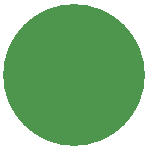
<source format=gbl>
G04 #@! TF.GenerationSoftware,KiCad,Pcbnew,8.0.5-1.fc40*
G04 #@! TF.CreationDate,2024-11-04T14:35:02-08:00*
G04 #@! TF.ProjectId,baggage-label-blank,62616767-6167-4652-9d6c-6162656c2d62,rev?*
G04 #@! TF.SameCoordinates,Original*
G04 #@! TF.FileFunction,Copper,L2,Bot*
G04 #@! TF.FilePolarity,Positive*
%FSLAX46Y46*%
G04 Gerber Fmt 4.6, Leading zero omitted, Abs format (unit mm)*
G04 Created by KiCad (PCBNEW 8.0.5-1.fc40) date 2024-11-04 14:35:02*
%MOMM*%
%LPD*%
G01*
G04 APERTURE LIST*
G04 #@! TA.AperFunction,ViaPad*
%ADD10C,12.000000*%
G04 #@! TD*
G04 APERTURE END LIST*
D10*
G04 #@! TO.N,*
X60000000Y-60000000D03*
G04 #@! TD*
M02*

</source>
